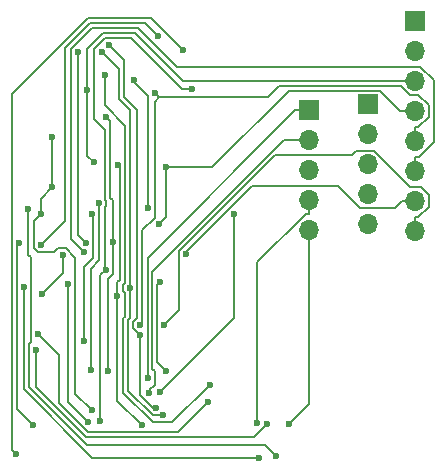
<source format=gbr>
%TF.GenerationSoftware,KiCad,Pcbnew,8.0.4*%
%TF.CreationDate,2024-08-15T03:18:53+02:00*%
%TF.ProjectId,breakout_dac,62726561-6b6f-4757-945f-6461632e6b69,rev?*%
%TF.SameCoordinates,Original*%
%TF.FileFunction,Copper,L2,Bot*%
%TF.FilePolarity,Positive*%
%FSLAX46Y46*%
G04 Gerber Fmt 4.6, Leading zero omitted, Abs format (unit mm)*
G04 Created by KiCad (PCBNEW 8.0.4) date 2024-08-15 03:18:53*
%MOMM*%
%LPD*%
G01*
G04 APERTURE LIST*
%TA.AperFunction,ComponentPad*%
%ADD10O,1.700000X1.700000*%
%TD*%
%TA.AperFunction,ComponentPad*%
%ADD11R,1.700000X1.700000*%
%TD*%
%TA.AperFunction,ViaPad*%
%ADD12C,0.600000*%
%TD*%
%TA.AperFunction,Conductor*%
%ADD13C,0.200000*%
%TD*%
G04 APERTURE END LIST*
D10*
%TO.P,VOUT_DAC1,8,Pin_8*%
%TO.N,/CVH_DAC*%
X96500000Y-109240000D03*
%TO.P,VOUT_DAC1,7,Pin_7*%
%TO.N,/CVG_DAC*%
X96500000Y-106700000D03*
%TO.P,VOUT_DAC1,6,Pin_6*%
%TO.N,/CVF_DAC*%
X96500000Y-104160000D03*
%TO.P,VOUT_DAC1,5,Pin_5*%
%TO.N,/CVE_DAC*%
X96500000Y-101620000D03*
%TO.P,VOUT_DAC1,4,Pin_4*%
%TO.N,/CVD_DAC*%
X96500000Y-99080000D03*
%TO.P,VOUT_DAC1,3,Pin_3*%
%TO.N,/CVC_DAC*%
X96500000Y-96540000D03*
%TO.P,VOUT_DAC1,2,Pin_2*%
%TO.N,/CVB_DAC*%
X96500000Y-94000000D03*
D11*
%TO.P,VOUT_DAC1,1,Pin_1*%
%TO.N,/CVA_DAC*%
X96500000Y-91460000D03*
%TD*%
%TO.P,SPIPINS_DAC1,1,Pin_1*%
%TO.N,/SCLK_DAC*%
X92500000Y-98500000D03*
D10*
%TO.P,SPIPINS_DAC1,2,Pin_2*%
%TO.N,/DIN_DAC*%
X92500000Y-101040000D03*
%TO.P,SPIPINS_DAC1,3,Pin_3*%
%TO.N,/SYNC_DAC*%
X92500000Y-103580000D03*
%TO.P,SPIPINS_DAC1,4,Pin_4*%
%TO.N,/LDAC_DAC*%
X92500000Y-106120000D03*
%TO.P,SPIPINS_DAC1,5,Pin_5*%
%TO.N,/CLR_DAC*%
X92500000Y-108660000D03*
%TD*%
D11*
%TO.P,PWRPINS_DAC1,1,Pin_1*%
%TO.N,/V+DAC*%
X87500000Y-99000000D03*
D10*
%TO.P,PWRPINS_DAC1,2,Pin_2*%
%TO.N,/V-DAC*%
X87500000Y-101540000D03*
%TO.P,PWRPINS_DAC1,3,Pin_3*%
%TO.N,GND*%
X87500000Y-104080000D03*
%TO.P,PWRPINS_DAC1,4,Pin_4*%
%TO.N,/VDD_DAC*%
X87500000Y-106620000D03*
%TO.P,PWRPINS_DAC1,5,Pin_5*%
%TO.N,/VREF_2V5_DAC*%
X87500000Y-109160000D03*
%TD*%
D12*
%TO.N,/CVH_DAC*%
X75245000Y-117204000D03*
%TO.N,/CVG_DAC*%
X77124900Y-111201000D03*
%TO.N,/CVF_DAC*%
X68478400Y-111037000D03*
%TO.N,/CVE_DAC*%
X74433600Y-97534800D03*
X73235400Y-117203000D03*
%TO.N,/VOUTH_DAC*%
X62951600Y-110229000D03*
X64147500Y-125672000D03*
%TO.N,/VOUTG_DAC*%
X63746600Y-107340000D03*
X84711600Y-128323000D03*
%TO.N,/VOUTF_DAC*%
X64551600Y-117962000D03*
X78921200Y-123752000D03*
%TO.N,/VOUTE_DAC*%
X63346600Y-113984000D03*
X83296600Y-128470000D03*
%TO.N,/CVD_DAC*%
X75380800Y-103838000D03*
X74767200Y-108634000D03*
%TO.N,/CVC_DAC*%
X68734200Y-97293200D03*
X69283300Y-103420000D03*
%TO.N,/VOUTC_DAC*%
X64395000Y-119310000D03*
X83955400Y-125562000D03*
%TO.N,/VOUTB_DAC*%
X70239900Y-96068800D03*
X79080900Y-122290000D03*
%TO.N,/VDD_DAC*%
X83139100Y-125454000D03*
%TO.N,/V+DAC*%
X73837800Y-121694000D03*
%TO.N,/V-DAC*%
X73955300Y-122983000D03*
%TO.N,Net-(C11-Pad1)*%
X64798300Y-107764000D03*
X69106300Y-124420000D03*
X65786800Y-105521000D03*
X65786800Y-101282000D03*
%TO.N,Net-(C11-Pad2)*%
X71282500Y-114741000D03*
X71336200Y-103680000D03*
X73337000Y-125663000D03*
%TO.N,Net-(C10-Pad2)*%
X70294500Y-112500000D03*
X77567800Y-97226300D03*
X69840400Y-125340000D03*
%TO.N,Net-(C10-Pad1)*%
X67128800Y-113736000D03*
X68791500Y-125403000D03*
%TO.N,Net-(C9-Pad1)*%
X64896100Y-114564000D03*
X66648400Y-111297000D03*
%TO.N,Net-(C9-Pad2)*%
X76816500Y-93884100D03*
X62713000Y-128155000D03*
%TO.N,Net-(C8-Pad1)*%
X74688400Y-92736600D03*
X64816700Y-110414000D03*
%TO.N,/VBIAS_DAC*%
X81159700Y-107834000D03*
X74894700Y-122875000D03*
%TO.N,/VREF_2V5_DAC*%
X85803600Y-125556000D03*
%TO.N,Net-(C4-Pad1)*%
X69057600Y-121000000D03*
X69685300Y-106844000D03*
%TO.N,Net-(C4-Pad2)*%
X69158900Y-107787000D03*
X68414100Y-118586000D03*
%TO.N,Net-(C3-Pad1)*%
X70876000Y-110207000D03*
X70340500Y-99560100D03*
X70487500Y-121049000D03*
%TO.N,Net-(C2-Pad2)*%
X73833600Y-107271000D03*
X72670200Y-96443900D03*
%TO.N,Net-(C2-Pad1)*%
X67953000Y-94081800D03*
X68582000Y-110213000D03*
X74893400Y-113528000D03*
X75382700Y-121062000D03*
%TO.N,Net-(C1-Pad2)*%
X73187300Y-118049000D03*
X70565000Y-93475700D03*
X74514800Y-124219000D03*
%TO.N,Net-(C1-Pad1)*%
X75117000Y-124823000D03*
X69953200Y-94054400D03*
X72336000Y-114064000D03*
%TD*%
D13*
%TO.N,/CVH_DAC*%
X96500000Y-108088000D02*
X96500000Y-109240000D01*
X96768500Y-108088000D02*
X96500000Y-108088000D01*
X97668700Y-107188000D02*
X96768500Y-108088000D01*
X97668700Y-106212000D02*
X97668700Y-107188000D01*
X97005300Y-105548000D02*
X97668700Y-106212000D01*
X96097100Y-105548000D02*
X97005300Y-105548000D01*
X92976000Y-102427000D02*
X96097100Y-105548000D01*
X91513200Y-102427000D02*
X92976000Y-102427000D01*
X91130400Y-102810000D02*
X91513200Y-102427000D01*
X84665100Y-102810000D02*
X91130400Y-102810000D01*
X76523000Y-110952000D02*
X84665100Y-102810000D01*
X76523000Y-115926000D02*
X76523000Y-110952000D01*
X75245000Y-117204000D02*
X76523000Y-115926000D01*
%TO.N,/CVG_DAC*%
X77124900Y-111000000D02*
X77124900Y-111201000D01*
X82672200Y-105452000D02*
X77124900Y-111000000D01*
X89932400Y-105452000D02*
X82672200Y-105452000D01*
X91783700Y-107304000D02*
X89932400Y-105452000D01*
X94744600Y-107304000D02*
X91783700Y-107304000D01*
X95348300Y-106700000D02*
X94744600Y-107304000D01*
X96500000Y-106700000D02*
X95348300Y-106700000D01*
%TO.N,/CVF_DAC*%
X96500000Y-103008000D02*
X96500000Y-104160000D01*
X96787900Y-103008000D02*
X96500000Y-103008000D01*
X98081900Y-101714000D02*
X96787900Y-103008000D01*
X98081900Y-96477100D02*
X98081900Y-101714000D01*
X96915400Y-95310600D02*
X98081900Y-96477100D01*
X76314600Y-95310600D02*
X96915400Y-95310600D01*
X73030700Y-92026700D02*
X76314600Y-95310600D01*
X69136100Y-92026700D02*
X73030700Y-92026700D01*
X67330600Y-93832200D02*
X69136100Y-92026700D01*
X67330600Y-109889000D02*
X67330600Y-93832200D01*
X68478400Y-111037000D02*
X67330600Y-109889000D01*
%TO.N,/CVE_DAC*%
X74803400Y-97904600D02*
X74433600Y-97534800D01*
X84043800Y-97904600D02*
X74803400Y-97904600D01*
X85001800Y-96946600D02*
X84043800Y-97904600D01*
X95277800Y-96946600D02*
X85001800Y-96946600D01*
X96022900Y-97691700D02*
X95277800Y-96946600D01*
X96764500Y-97691700D02*
X96022900Y-97691700D01*
X97656800Y-98584000D02*
X96764500Y-97691700D01*
X97656800Y-99580000D02*
X97656800Y-98584000D01*
X96768500Y-100468000D02*
X97656800Y-99580000D01*
X96500000Y-100468000D02*
X96768500Y-100468000D01*
X96500000Y-101620000D02*
X96500000Y-100468000D01*
X73387400Y-117051000D02*
X73235400Y-117203000D01*
X73387400Y-109163000D02*
X73387400Y-117051000D01*
X74436200Y-108114000D02*
X73387400Y-109163000D01*
X74436200Y-98271800D02*
X74436200Y-108114000D01*
X74803400Y-97904600D02*
X74436200Y-98271800D01*
%TO.N,/VOUTH_DAC*%
X62743100Y-110438000D02*
X62951600Y-110229000D01*
X62743100Y-124268000D02*
X62743100Y-110438000D01*
X64147500Y-125672000D02*
X62743100Y-124268000D01*
%TO.N,/VOUTG_DAC*%
X83747700Y-127359000D02*
X84711600Y-128323000D01*
X68719900Y-127359000D02*
X83747700Y-127359000D01*
X63793300Y-122432000D02*
X68719900Y-127359000D01*
X63793300Y-118764000D02*
X63793300Y-122432000D01*
X63949800Y-118608000D02*
X63793300Y-118764000D01*
X63949800Y-111451000D02*
X63949800Y-118608000D01*
X63746600Y-111247000D02*
X63949800Y-111451000D01*
X63746600Y-107340000D02*
X63746600Y-111247000D01*
%TO.N,/VOUTF_DAC*%
X66307600Y-119718000D02*
X64551600Y-117962000D01*
X66307700Y-119718000D02*
X66307600Y-119718000D01*
X66307700Y-123771000D02*
X66307700Y-119718000D01*
X68810700Y-126274000D02*
X66307700Y-123771000D01*
X76399800Y-126274000D02*
X68810700Y-126274000D01*
X78921200Y-123752000D02*
X76399800Y-126274000D01*
%TO.N,/VOUTE_DAC*%
X69162500Y-128470000D02*
X83296600Y-128470000D01*
X63346600Y-122654000D02*
X69162500Y-128470000D01*
X63346600Y-113984000D02*
X63346600Y-122654000D01*
%TO.N,/CVD_DAC*%
X75380800Y-108020000D02*
X74767200Y-108634000D01*
X75380800Y-103838000D02*
X75380800Y-108020000D01*
X95206600Y-99080000D02*
X96500000Y-99080000D01*
X95206600Y-99079900D02*
X95206600Y-99080000D01*
X93475000Y-97348300D02*
X95206600Y-99079900D01*
X85768900Y-97348300D02*
X93475000Y-97348300D01*
X79279400Y-103838000D02*
X85768900Y-97348300D01*
X75380800Y-103838000D02*
X79279400Y-103838000D01*
%TO.N,/CVC_DAC*%
X68734200Y-93799000D02*
X68734200Y-97293200D01*
X70098300Y-92434900D02*
X68734200Y-93799000D01*
X72748900Y-92434900D02*
X70098300Y-92434900D01*
X76854000Y-96540000D02*
X72748900Y-92434900D01*
X96500000Y-96540000D02*
X76854000Y-96540000D01*
X68734200Y-102871000D02*
X69283300Y-103420000D01*
X68734200Y-97293200D02*
X68734200Y-102871000D01*
%TO.N,/VOUTC_DAC*%
X64395000Y-122446000D02*
X64395000Y-119310000D01*
X68628300Y-126679000D02*
X64395000Y-122446000D01*
X82838300Y-126679000D02*
X68628300Y-126679000D01*
X83955400Y-125562000D02*
X82838300Y-126679000D01*
%TO.N,/VOUTB_DAC*%
X70239900Y-98608600D02*
X70239900Y-96068800D01*
X71937900Y-100307000D02*
X70239900Y-98608600D01*
X71937900Y-112078000D02*
X71937900Y-100307000D01*
X71884300Y-112132000D02*
X71937900Y-112078000D01*
X71884300Y-113665000D02*
X71884300Y-112132000D01*
X71734300Y-113815000D02*
X71884300Y-113665000D01*
X71734300Y-114314000D02*
X71734300Y-113815000D01*
X71884300Y-114464000D02*
X71734300Y-114314000D01*
X71884300Y-116520000D02*
X71884300Y-114464000D01*
X71782200Y-116622000D02*
X71884300Y-116520000D01*
X71782200Y-122942000D02*
X71782200Y-116622000D01*
X74266400Y-125426000D02*
X71782200Y-122942000D01*
X75944700Y-125426000D02*
X74266400Y-125426000D01*
X79080900Y-122290000D02*
X75944700Y-125426000D01*
%TO.N,/VDD_DAC*%
X83139100Y-111845000D02*
X83139100Y-125454000D01*
X87212000Y-107772000D02*
X83139100Y-111845000D01*
X87500000Y-107772000D02*
X87212000Y-107772000D01*
X87500000Y-106620000D02*
X87500000Y-107772000D01*
%TO.N,/V+DAC*%
X73837800Y-111510000D02*
X73837800Y-121694000D01*
X86348300Y-99000000D02*
X73837800Y-111510000D01*
X87500000Y-99000000D02*
X86348300Y-99000000D01*
%TO.N,/V-DAC*%
X85366800Y-101540000D02*
X87500000Y-101540000D01*
X74240000Y-112667000D02*
X85366800Y-101540000D01*
X74240000Y-120877000D02*
X74240000Y-112667000D01*
X74453400Y-121090000D02*
X74240000Y-120877000D01*
X74453400Y-122239000D02*
X74453400Y-121090000D01*
X73955300Y-122737000D02*
X74453400Y-122239000D01*
X73955300Y-122983000D02*
X73955300Y-122737000D01*
%TO.N,Net-(C11-Pad1)*%
X67731800Y-123045000D02*
X69106300Y-124420000D01*
X67731800Y-111512000D02*
X67731800Y-123045000D01*
X66910600Y-110691000D02*
X67731800Y-111512000D01*
X66238700Y-110691000D02*
X66910600Y-110691000D01*
X65882400Y-111047000D02*
X66238700Y-110691000D01*
X64574400Y-111047000D02*
X65882400Y-111047000D01*
X64184600Y-110658000D02*
X64574400Y-111047000D01*
X64184600Y-108378000D02*
X64184600Y-110658000D01*
X64798300Y-107764000D02*
X64184600Y-108378000D01*
X64798300Y-106510000D02*
X64798300Y-107764000D01*
X65786800Y-105521000D02*
X64798300Y-106510000D01*
X65786800Y-105521000D02*
X65786800Y-101282000D01*
%TO.N,Net-(C11-Pad2)*%
X71282500Y-123608000D02*
X73337000Y-125663000D01*
X71282500Y-114741000D02*
X71282500Y-123608000D01*
X71482400Y-103826000D02*
X71336200Y-103680000D01*
X71482400Y-113353000D02*
X71482400Y-103826000D01*
X71282500Y-113553000D02*
X71482400Y-113353000D01*
X71282500Y-114741000D02*
X71282500Y-113553000D01*
%TO.N,Net-(C10-Pad2)*%
X76783300Y-97226300D02*
X77567800Y-97226300D01*
X72430900Y-92873900D02*
X76783300Y-97226300D01*
X70257200Y-92873900D02*
X72430900Y-92873900D01*
X69337000Y-93794100D02*
X70257200Y-92873900D01*
X69337000Y-99727000D02*
X69337000Y-93794100D01*
X70268700Y-100659000D02*
X69337000Y-99727000D01*
X70268700Y-106576000D02*
X70268700Y-100659000D01*
X70287000Y-106595000D02*
X70268700Y-106576000D01*
X70287000Y-107093000D02*
X70287000Y-106595000D01*
X70268700Y-107111000D02*
X70287000Y-107093000D01*
X70268700Y-112474000D02*
X70268700Y-107111000D01*
X70294500Y-112500000D02*
X70268700Y-112474000D01*
X69840400Y-112954000D02*
X69840400Y-125340000D01*
X70294500Y-112500000D02*
X69840400Y-112954000D01*
%TO.N,Net-(C10-Pad1)*%
X67128800Y-123741000D02*
X68791500Y-125403000D01*
X67128800Y-113736000D02*
X67128800Y-123741000D01*
%TO.N,Net-(C9-Pad1)*%
X66648400Y-112812000D02*
X66648400Y-111297000D01*
X64896100Y-114564000D02*
X66648400Y-112812000D01*
%TO.N,Net-(C9-Pad2)*%
X62341400Y-127783000D02*
X62713000Y-128155000D01*
X62341400Y-97667400D02*
X62341400Y-127783000D01*
X68790600Y-91218200D02*
X62341400Y-97667400D01*
X74150600Y-91218200D02*
X68790600Y-91218200D01*
X76816500Y-93884100D02*
X74150600Y-91218200D01*
%TO.N,Net-(C8-Pad1)*%
X73576800Y-91625000D02*
X74688400Y-92736600D01*
X68960700Y-91625000D02*
X73576800Y-91625000D01*
X66867700Y-93718000D02*
X68960700Y-91625000D01*
X66867700Y-108363000D02*
X66867700Y-93718000D01*
X64816700Y-110414000D02*
X66867700Y-108363000D01*
%TO.N,/VBIAS_DAC*%
X81159700Y-116610000D02*
X74894700Y-122875000D01*
X81159700Y-107834000D02*
X81159700Y-116610000D01*
%TO.N,/VREF_2V5_DAC*%
X87500000Y-123859000D02*
X85803600Y-125556000D01*
X87500000Y-109160000D02*
X87500000Y-123859000D01*
%TO.N,Net-(C4-Pad1)*%
X69057600Y-112434000D02*
X69057600Y-121000000D01*
X69760700Y-111731000D02*
X69057600Y-112434000D01*
X69760700Y-106919000D02*
X69760700Y-111731000D01*
X69685300Y-106844000D02*
X69760700Y-106919000D01*
%TO.N,Net-(C4-Pad2)*%
X69238600Y-107867000D02*
X69158900Y-107787000D01*
X69238600Y-111485000D02*
X69238600Y-107867000D01*
X68414100Y-112310000D02*
X69238600Y-111485000D01*
X68414100Y-118586000D02*
X68414100Y-112310000D01*
%TO.N,Net-(C3-Pad1)*%
X70682400Y-99902000D02*
X70340500Y-99560100D01*
X70682400Y-106422000D02*
X70682400Y-99902000D01*
X70876000Y-106616000D02*
X70682400Y-106422000D01*
X70876000Y-110207000D02*
X70876000Y-106616000D01*
X70926800Y-110258000D02*
X70876000Y-110207000D01*
X70926800Y-112856000D02*
X70926800Y-110258000D01*
X70487500Y-113295000D02*
X70926800Y-112856000D01*
X70487500Y-121049000D02*
X70487500Y-113295000D01*
%TO.N,Net-(C2-Pad2)*%
X73833200Y-107270000D02*
X73833600Y-107271000D01*
X73833200Y-97785200D02*
X73833200Y-107270000D01*
X72670200Y-96622200D02*
X73833200Y-97785200D01*
X72670200Y-96443900D02*
X72670200Y-96622200D01*
%TO.N,Net-(C2-Pad1)*%
X67953000Y-109584000D02*
X68582000Y-110213000D01*
X67953000Y-94081800D02*
X67953000Y-109584000D01*
X74641700Y-113780000D02*
X74893400Y-113528000D01*
X74641700Y-120321000D02*
X74641700Y-113780000D01*
X75382700Y-121062000D02*
X74641700Y-120321000D01*
%TO.N,Net-(C1-Pad2)*%
X72585600Y-117447000D02*
X73187300Y-118049000D01*
X72585600Y-116955000D02*
X72585600Y-117447000D01*
X72937700Y-116603000D02*
X72585600Y-116955000D01*
X72937700Y-98999500D02*
X72937700Y-116603000D01*
X71809500Y-97871300D02*
X72937700Y-98999500D01*
X71809500Y-94720200D02*
X71809500Y-97871300D01*
X70565000Y-93475700D02*
X71809500Y-94720200D01*
X74283500Y-124219000D02*
X74514800Y-124219000D01*
X73187300Y-123123000D02*
X74283500Y-124219000D01*
X73187300Y-118049000D02*
X73187300Y-123123000D01*
%TO.N,Net-(C1-Pad1)*%
X71407800Y-95509000D02*
X69953200Y-94054400D01*
X71407800Y-98037800D02*
X71407800Y-95509000D01*
X72339600Y-98969600D02*
X71407800Y-98037800D01*
X72339600Y-114061000D02*
X72339600Y-98969600D01*
X72336000Y-114064000D02*
X72339600Y-114061000D01*
X74263000Y-124823000D02*
X75117000Y-124823000D01*
X72183900Y-122744000D02*
X74263000Y-124823000D01*
X72183900Y-116789000D02*
X72183900Y-122744000D01*
X72336000Y-116637000D02*
X72183900Y-116789000D01*
X72336000Y-114064000D02*
X72336000Y-116637000D01*
%TD*%
M02*

</source>
